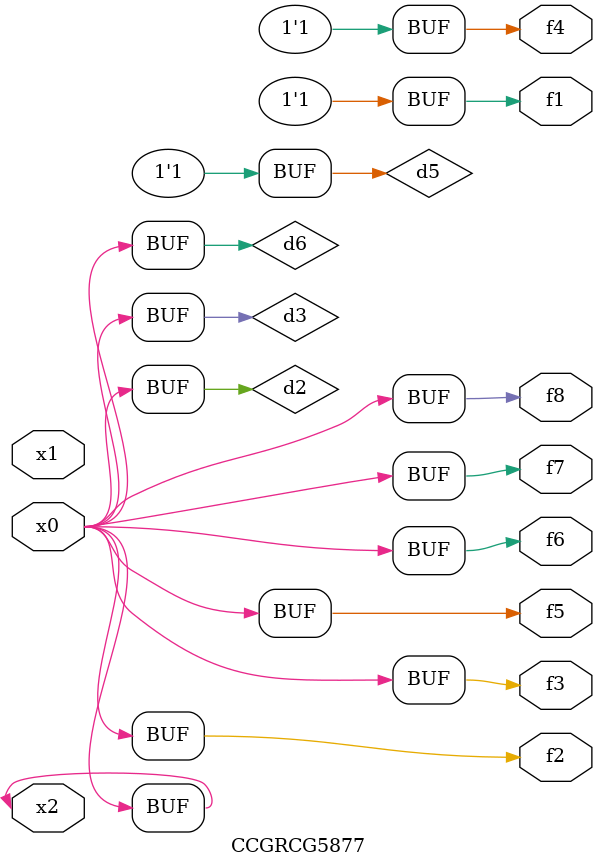
<source format=v>
module CCGRCG5877(
	input x0, x1, x2,
	output f1, f2, f3, f4, f5, f6, f7, f8
);

	wire d1, d2, d3, d4, d5, d6;

	xnor (d1, x2);
	buf (d2, x0, x2);
	and (d3, x0);
	xnor (d4, x1, x2);
	nand (d5, d1, d3);
	buf (d6, d2, d3);
	assign f1 = d5;
	assign f2 = d6;
	assign f3 = d6;
	assign f4 = d5;
	assign f5 = d6;
	assign f6 = d6;
	assign f7 = d6;
	assign f8 = d6;
endmodule

</source>
